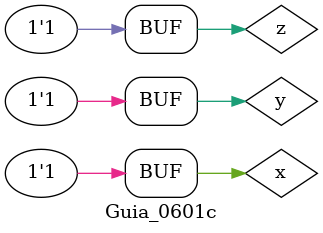
<source format=v>
/*
 Guia_0601c.v - v0.0. - 28 / 08 / 2022
 Autor    : Gabriel Vargas Bento de Souza
 Matricula: 778023
 */

/* 
 Soma dos produtos
               ___
f(x, y, z) =  \   m (2, 4, 5, 7)  = SoP(2,4,5,7)
              /___
*/

/**
 SoP(2,4,5,7) = x'.y.z' + x.y'.z' + x.y'.z +x.y.z
 */
module SoP (output s,
            input  x, y, z);
   assign s = (~x &  y & ~z)  // 2
            | ( x & ~y & ~z)  // 4
            | ( x & ~y &  z)  // 6
            | ( x &  y &  z); // 7
endmodule // SoP

/**
 SoP(2,4,5,7)_Simplificado = x.y' + x.z + x'.y.z'
 */
module SoP_simple (output s,
                   input  x, y, z);
   assign s = ( x & ~y     )
            | ( x &       z)
            | (~x &  y & ~z);
endmodule // SoP_simple

/**
  Guia_0601c.v
 */
module Guia_0601c;
   reg  x, y, z;
   wire s1, s2;
   
   // instancias
   SoP        SOP1 (s1, x, y, z);
   SoP_simple SOP2 (s2, x, y, z);
   
   // valores iniciais
   initial begin: start
      x=1'bx; y=1'bx; z=1'bx;
   end

   // parte principal
   initial begin: main
       $display("Gabriel Vargas Bento de Souza - 778023");
       $display("Guia_06");
       $display("\n01.c) SoP (2, 4, 5, 7)\n");

       // monitoramento
       $display(" x  y  z  s1  s2");
       $monitor("%2b %2b %2b %2b %3b", x,  y,  z,  s1, s2);

       // sinalizacao
          x=0; y=0; z=0;
       #1           z=1;
       #1      y=1; z=0;
       #1           z=1;
       #1 x=1; y=0; z=0;
       #1           z=1;
       #1      y=1; z=0;
       #1           z=1;
   end
endmodule // Guia_0601c

/*
C:\Users\Gabriel\Desktop\CC-PUC\2Periodo\ARQ1\Tarefas\Guia06>vvp Guia_0601c.vvp
Gabriel Vargas Bento de Souza - 778023
Guia_06

01.c) SoP (2, 4, 5, 7)

 x  y  z  s1  s2
 0  0  0  0   0
 0  0  1  0   0
 0  1  0  1   1
 0  1  1  0   0
 1  0  0  1   1
 1  0  1  1   1
 1  1  0  0   0
 1  1  1  1   1
*/
</source>
